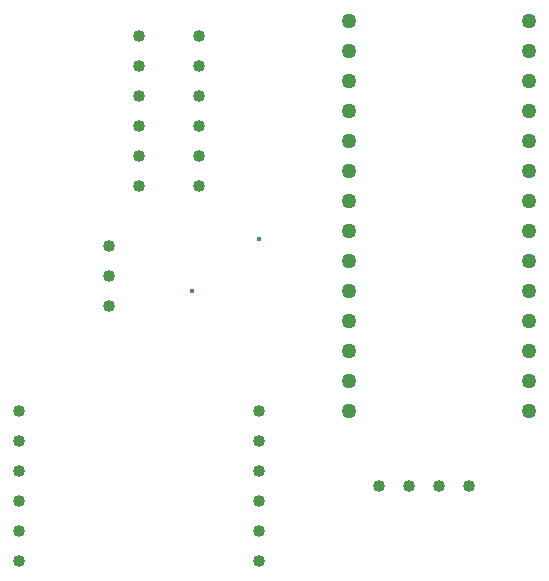
<source format=gbr>
G04 PROTEUS GERBER X2 FILE*
%TF.GenerationSoftware,Labcenter,Proteus,8.13-SP0-Build31525*%
%TF.CreationDate,2022-02-01T17:21:53+00:00*%
%TF.FileFunction,Plated,1,2,PTH*%
%TF.FilePolarity,Positive*%
%TF.Part,Single*%
%TF.SameCoordinates,{1f8d9942-98d1-49a5-8421-286161f785e5}*%
%FSLAX45Y45*%
%MOMM*%
G01*
%TA.AperFunction,ViaDrill*%
%ADD35C,0.381000*%
%TA.AperFunction,ComponentDrill*%
%ADD36C,1.016000*%
%TA.AperFunction,ComponentDrill*%
%ADD37C,1.270000*%
%TD.AperFunction*%
D35*
X-11620500Y+635000D03*
X-11049000Y+1079500D03*
D36*
X-12319000Y+508000D03*
X-12319000Y+762000D03*
X-12319000Y+1016000D03*
D37*
X-10287000Y+2667000D03*
X-10287000Y+2413000D03*
X-10287000Y+2159000D03*
X-10287000Y+1905000D03*
X-10287000Y+1651000D03*
X-10287000Y+1397000D03*
X-10287000Y+1143000D03*
X-10287000Y+889000D03*
X-10287000Y+635000D03*
X-10287000Y+381000D03*
X-10287000Y+127000D03*
X-10287000Y-127000D03*
X-10287000Y-381000D03*
X-8763000Y-381000D03*
X-8763000Y-127000D03*
X-8763000Y+127000D03*
X-8763000Y+381000D03*
X-8763000Y+635000D03*
X-8763000Y+889000D03*
X-8763000Y+1143000D03*
X-8763000Y+1397000D03*
X-8763000Y+1651000D03*
X-8763000Y+1905000D03*
X-8763000Y+2159000D03*
X-8763000Y+2413000D03*
X-8763000Y+2667000D03*
X-8763000Y+2921000D03*
X-10287000Y+2921000D03*
D36*
X-11557000Y+1524000D03*
X-11557000Y+1778000D03*
X-11557000Y+2032000D03*
X-11557000Y+2286000D03*
X-11557000Y+2540000D03*
X-11557000Y+2794000D03*
X-10033000Y-1016000D03*
X-9779000Y-1016000D03*
X-9525000Y-1016000D03*
X-9271000Y-1016000D03*
X-11049000Y-381000D03*
X-11049000Y-635000D03*
X-11049000Y-889000D03*
X-11049000Y-1143000D03*
X-11049000Y-1397000D03*
X-11049000Y-1651000D03*
X-13081000Y-1651000D03*
X-13081000Y-1397000D03*
X-13081000Y-1143000D03*
X-13081000Y-889000D03*
X-13081000Y-635000D03*
X-13081000Y-381000D03*
X-12065000Y+1524000D03*
X-12065000Y+1778000D03*
X-12065000Y+2032000D03*
X-12065000Y+2286000D03*
X-12065000Y+2540000D03*
X-12065000Y+2794000D03*
M02*

</source>
